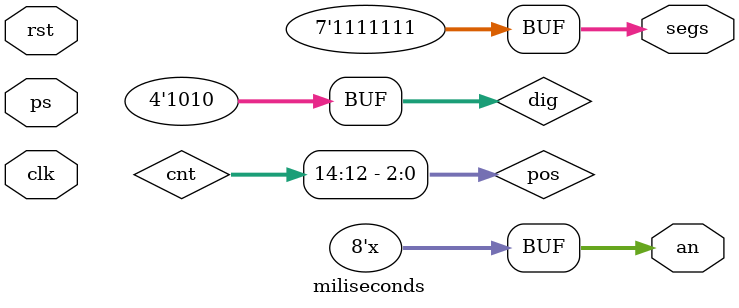
<source format=v>
`timescale 1ns / 1ps


module miliseconds(
    input clk,
    input rst, //¸´Î»£¬ÓÐÐ§ºó00:00:00
    input ps, //ÔÝÍ£
    output reg [6:0] segs, //Æß¶ÎÊýÂë¹ÜÊäÈëÖµ£¬ÏÔÊ¾Êý×Ö
    output reg [7:0] an //Æß¶ÎÊýÂë¹Ü¿ØÖÆÎ»
    );
    reg [30:0] t;
    reg [30:0] cnt;
    reg [2:0] pos;
    reg [3:0] dig;
    always @ (posedge clk) begin
        if (rst) begin t <= 0; cnt <= 0; end
        else if (ps) cnt <= cnt + 1;
        else if (cnt >= 100000)
            begin
                cnt <= 0;
                t <= t + 1;
            end
        else cnt <= cnt + 1;
    end
    always @ (*) begin
        an = 8'b11111111;
        pos <= cnt[14:12];
        an[pos] = 0;
        case (pos)
            0: dig <= t[30:0] % 10;//Ç§·ÖÎ»
            1: dig <= t[30:0] / 10 % 10;//°Ù·ÖÎ»
            2: dig <= t[30:0] / 100 % 10;//Ê®·ÖÎ»
            4: dig <= t[30:0] / 1000 % 10;//¸öÎ»
            5: dig <= t[30:0] / 10000 % 10;//Ê®Î»
            default: dig <= 10;
        endcase
        case (dig)
	       0: segs = 7'b1000000;
		   1: segs = 7'b1111001;
	       2: segs = 7'b0100100;
	       3: segs = 7'b0110000;
	       4: segs = 7'b0011001;
	       5: segs = 7'b0010010;
	       6: segs = 7'b0000010;
	       7: segs = 7'b1111000;
	       8: segs = 7'b0000000;
	       9: segs = 7'b0010000;
	       default: segs = 7'b1111111;
	    endcase
    end
endmodule

</source>
